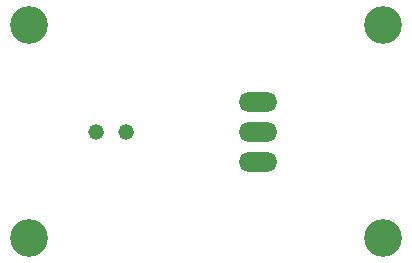
<source format=gbs>
G04 (created by PCBNEW (2013-07-07 BZR 4022)-stable) date 2015/2/26 10:28:25*
%MOIN*%
G04 Gerber Fmt 3.4, Leading zero omitted, Abs format*
%FSLAX34Y34*%
G01*
G70*
G90*
G04 APERTURE LIST*
%ADD10C,0.00590551*%
%ADD11O,0.129X0.0645*%
%ADD12C,0.126*%
%ADD13C,0.052*%
G04 APERTURE END LIST*
G54D10*
G54D11*
X24559Y-14354D03*
X24559Y-15354D03*
X24559Y-16354D03*
G54D12*
X16929Y-11811D03*
X28740Y-11811D03*
X16929Y-18897D03*
X28740Y-18897D03*
G54D13*
X19185Y-15354D03*
X20185Y-15354D03*
M02*

</source>
